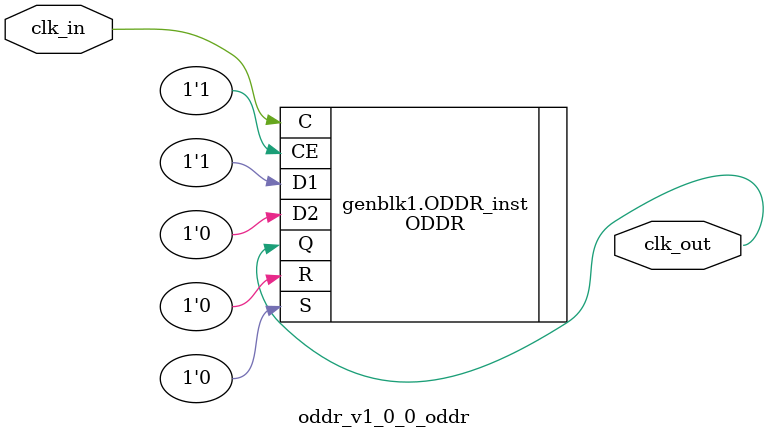
<source format=v>
`timescale 1ns / 1ps


module oddr_v1_0_0_oddr #(
		parameter C_FAMILY             = "kintex7")
		(
    input clk_in,
    output clk_out
    );
    
    
generate
        if    (C_FAMILY == "kintexu" || C_FAMILY == "kintexuplus" || C_FAMILY == "virtexu" || C_FAMILY == "virtexuplus" || C_FAMILY == "zynquplus")
            begin
            
       //   ODDRE1    : In order to incorporate this function into the design,
            //   Verilog   : the following instance declaration needs to be placed
            //  instance   : in the body of the design code.  The instance name
            // declaration : (ODDRE1_inst) and/or the port declarations within the
            //    code     : parenthesis may be changed to properly reference and
            //             : connect this function to the design.  All inputs
            //             : and outputs must be connected.
            
            
               // ODDRE1: Dedicated Dual Data Rate (DDR) Output Register
               //         UltraScale / UltraScale+
               // Xilinx HDL Language Template, version 2017.1
            
               ODDRE1 #(
                  .IS_C_INVERTED(1'b0),  // Optional inversion for clk_in
                  .IS_D1_INVERTED(1'b0), // Optional inversion for D1
                  .IS_D2_INVERTED(1'b0), // Optional inversion for D2
                  .SRVAL(1'b0)           // Initializes the ODDRE1 Flip-Flops to the specified value (1'b0, 1'b1)
               )
               ODDRE1_inst (
                  .Q(clk_out),   // 1-bit output: Data output to IOB
                  .C(clk_in),   // 1-bit input: High-speed clock input
                  .D1(1'b1), // 1-bit input: Parallel data input 1
                  .D2(1'b0), // 1-bit input: Parallel data input 2
                  .SR(1'b0)  // 1-bit input: Active High Async Reset
               );    
    
		end
   else
       begin
               
    //      ODDR     : In order to incorporate this function into the design,
       //     Verilog   : the following instance declaration needs to be placed
       //    instance   : in the body of the design code.  The instance name
       //   declaration : (ODDR_inst) and/or the port declarations within the
       //      code     : parenthesis may be changed to properly reference and
       //               : connect this function to the design.  Delete or comment
       //               : out inputs/outs that are not necessary.
           
          // ODDR: Output Double Data Rate Output Register with Set, Reset
          //       and Clock Enable.
          //       Series7
          // Xilinx HDL Language Template, version 2017.1
       
          ODDR #(
             .DDR_CLK_EDGE("OPPOSITE_EDGE"), // "OPPOSITE_EDGE" or "SAME_EDGE" 
             .INIT(1'b0),    // Initial value of Q: 1'b0 or 1'b1
             .SRTYPE("SYNC") // Set/Reset type: "SYNC" or "ASYNC" 
          ) ODDR_inst (
             .Q(clk_out),   // 1-bit DDR output
             .C(clk_in),   // 1-bit clock input
             .CE(1'b1), // 1-bit clock enable input
             .D1(1'b1), // 1-bit data input (positive edge)
             .D2(1'b0), // 1-bit data input (negative edge)
             .R(1'b0),   // 1-bit reset
             .S(1'b0)    // 1-bit set
          );
	   end
   endgenerate                    
                                                                                                                                             
endmodule



</source>
